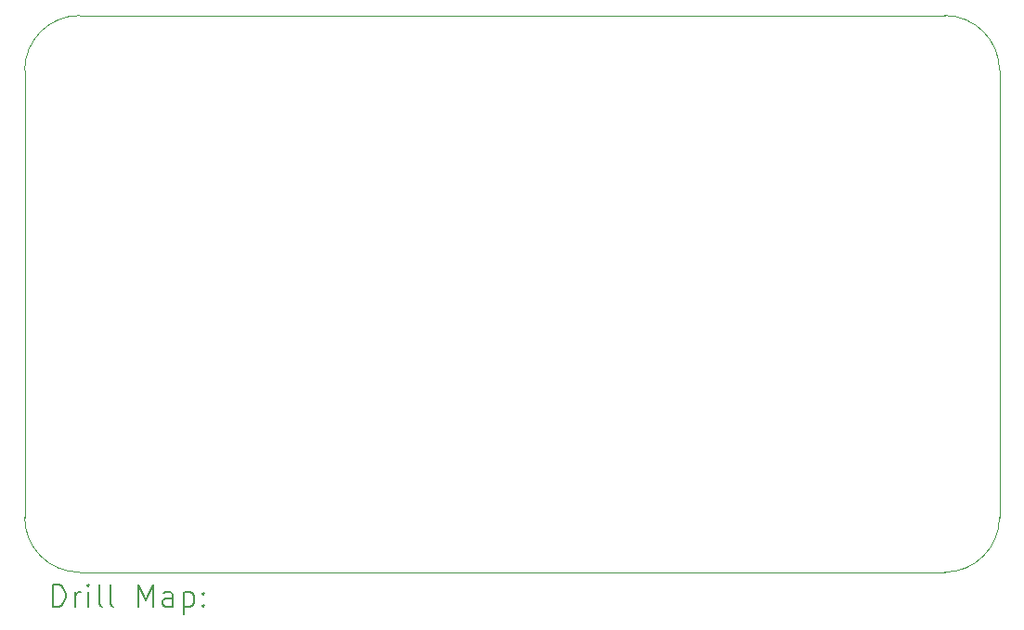
<source format=gbr>
%TF.GenerationSoftware,KiCad,Pcbnew,9.0.2*%
%TF.CreationDate,2025-07-13T16:14:11-05:00*%
%TF.ProjectId,stm32card,73746d33-3263-4617-9264-2e6b69636164,rev?*%
%TF.SameCoordinates,Original*%
%TF.FileFunction,Drillmap*%
%TF.FilePolarity,Positive*%
%FSLAX45Y45*%
G04 Gerber Fmt 4.5, Leading zero omitted, Abs format (unit mm)*
G04 Created by KiCad (PCBNEW 9.0.2) date 2025-07-13 16:14:11*
%MOMM*%
%LPD*%
G01*
G04 APERTURE LIST*
%ADD10C,0.050000*%
%ADD11C,0.200000*%
G04 APERTURE END LIST*
D10*
X13756447Y-13233553D02*
X21646447Y-13233553D01*
X13756447Y-13233553D02*
G75*
G02*
X13256447Y-12733553I3J500003D01*
G01*
X13256447Y-8653553D02*
X13256447Y-12733553D01*
X21646447Y-8153553D02*
G75*
G02*
X22146447Y-8653553I3J-499997D01*
G01*
X22146447Y-12733553D02*
X22146447Y-8653553D01*
X21646447Y-8153553D02*
X13756447Y-8153553D01*
X13256447Y-8653553D02*
G75*
G02*
X13756447Y-8153554I499991J8D01*
G01*
X22146447Y-12733553D02*
G75*
G02*
X21646447Y-13233557I-500007J3D01*
G01*
D11*
X13514723Y-13547537D02*
X13514723Y-13347537D01*
X13514723Y-13347537D02*
X13562342Y-13347537D01*
X13562342Y-13347537D02*
X13590914Y-13357061D01*
X13590914Y-13357061D02*
X13609961Y-13376109D01*
X13609961Y-13376109D02*
X13619485Y-13395156D01*
X13619485Y-13395156D02*
X13629009Y-13433251D01*
X13629009Y-13433251D02*
X13629009Y-13461823D01*
X13629009Y-13461823D02*
X13619485Y-13499918D01*
X13619485Y-13499918D02*
X13609961Y-13518966D01*
X13609961Y-13518966D02*
X13590914Y-13538013D01*
X13590914Y-13538013D02*
X13562342Y-13547537D01*
X13562342Y-13547537D02*
X13514723Y-13547537D01*
X13714723Y-13547537D02*
X13714723Y-13414204D01*
X13714723Y-13452299D02*
X13724247Y-13433251D01*
X13724247Y-13433251D02*
X13733771Y-13423728D01*
X13733771Y-13423728D02*
X13752819Y-13414204D01*
X13752819Y-13414204D02*
X13771866Y-13414204D01*
X13838533Y-13547537D02*
X13838533Y-13414204D01*
X13838533Y-13347537D02*
X13829009Y-13357061D01*
X13829009Y-13357061D02*
X13838533Y-13366585D01*
X13838533Y-13366585D02*
X13848057Y-13357061D01*
X13848057Y-13357061D02*
X13838533Y-13347537D01*
X13838533Y-13347537D02*
X13838533Y-13366585D01*
X13962342Y-13547537D02*
X13943295Y-13538013D01*
X13943295Y-13538013D02*
X13933771Y-13518966D01*
X13933771Y-13518966D02*
X13933771Y-13347537D01*
X14067104Y-13547537D02*
X14048057Y-13538013D01*
X14048057Y-13538013D02*
X14038533Y-13518966D01*
X14038533Y-13518966D02*
X14038533Y-13347537D01*
X14295676Y-13547537D02*
X14295676Y-13347537D01*
X14295676Y-13347537D02*
X14362342Y-13490394D01*
X14362342Y-13490394D02*
X14429009Y-13347537D01*
X14429009Y-13347537D02*
X14429009Y-13547537D01*
X14609961Y-13547537D02*
X14609961Y-13442775D01*
X14609961Y-13442775D02*
X14600438Y-13423728D01*
X14600438Y-13423728D02*
X14581390Y-13414204D01*
X14581390Y-13414204D02*
X14543295Y-13414204D01*
X14543295Y-13414204D02*
X14524247Y-13423728D01*
X14609961Y-13538013D02*
X14590914Y-13547537D01*
X14590914Y-13547537D02*
X14543295Y-13547537D01*
X14543295Y-13547537D02*
X14524247Y-13538013D01*
X14524247Y-13538013D02*
X14514723Y-13518966D01*
X14514723Y-13518966D02*
X14514723Y-13499918D01*
X14514723Y-13499918D02*
X14524247Y-13480870D01*
X14524247Y-13480870D02*
X14543295Y-13471347D01*
X14543295Y-13471347D02*
X14590914Y-13471347D01*
X14590914Y-13471347D02*
X14609961Y-13461823D01*
X14705200Y-13414204D02*
X14705200Y-13614204D01*
X14705200Y-13423728D02*
X14724247Y-13414204D01*
X14724247Y-13414204D02*
X14762342Y-13414204D01*
X14762342Y-13414204D02*
X14781390Y-13423728D01*
X14781390Y-13423728D02*
X14790914Y-13433251D01*
X14790914Y-13433251D02*
X14800438Y-13452299D01*
X14800438Y-13452299D02*
X14800438Y-13509442D01*
X14800438Y-13509442D02*
X14790914Y-13528489D01*
X14790914Y-13528489D02*
X14781390Y-13538013D01*
X14781390Y-13538013D02*
X14762342Y-13547537D01*
X14762342Y-13547537D02*
X14724247Y-13547537D01*
X14724247Y-13547537D02*
X14705200Y-13538013D01*
X14886152Y-13528489D02*
X14895676Y-13538013D01*
X14895676Y-13538013D02*
X14886152Y-13547537D01*
X14886152Y-13547537D02*
X14876628Y-13538013D01*
X14876628Y-13538013D02*
X14886152Y-13528489D01*
X14886152Y-13528489D02*
X14886152Y-13547537D01*
X14886152Y-13423728D02*
X14895676Y-13433251D01*
X14895676Y-13433251D02*
X14886152Y-13442775D01*
X14886152Y-13442775D02*
X14876628Y-13433251D01*
X14876628Y-13433251D02*
X14886152Y-13423728D01*
X14886152Y-13423728D02*
X14886152Y-13442775D01*
M02*

</source>
